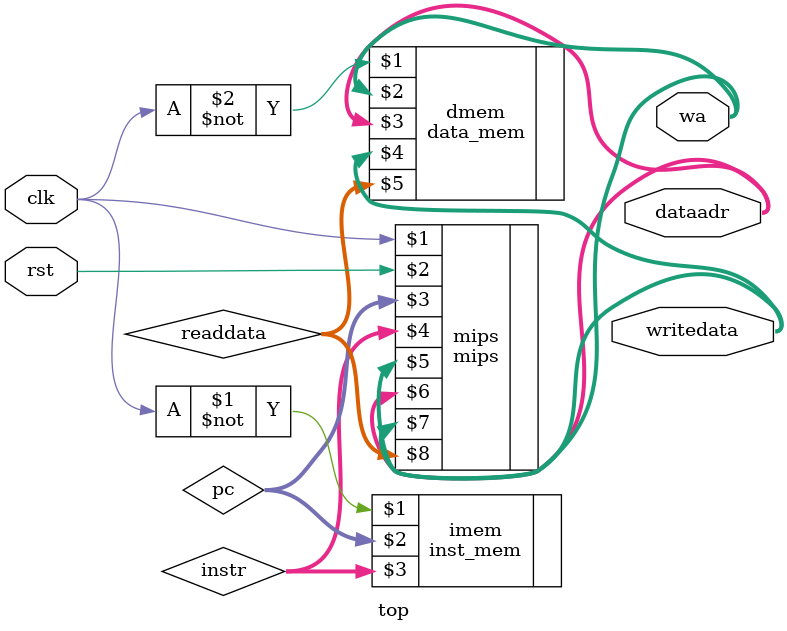
<source format=v>
`timescale 1ns / 1ps


module top(
	input wire clk,rst,
	output wire[31:0] writedata,dataadr,
	output wire[3:0] wa
    );

	wire[31:0] pc,instr,readdata;
	
	mips mips(clk,rst,pc,instr,wa,dataadr,writedata,readdata);
	inst_mem imem(~clk,pc,instr);
	data_mem dmem(~clk,wa,dataadr,writedata,readdata);

endmodule

//git config --global --unset http.proxy
</source>
